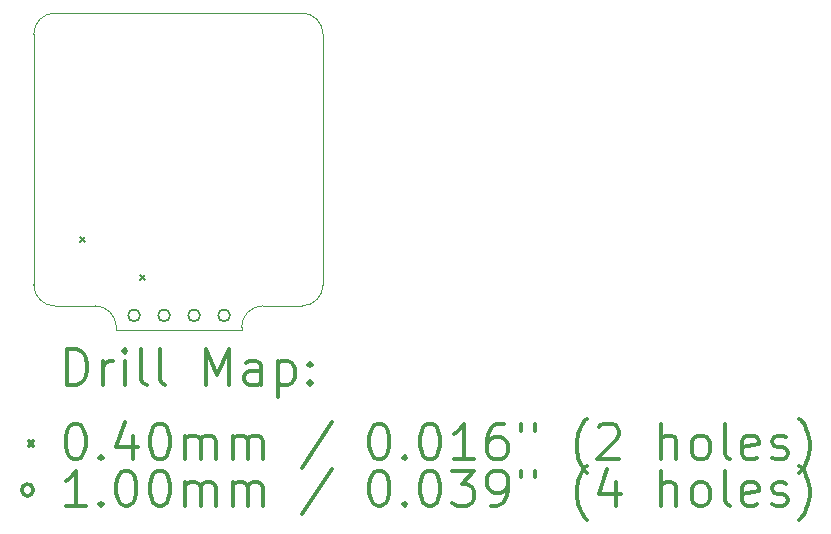
<source format=gbr>
%FSLAX45Y45*%
G04 Gerber Fmt 4.5, Leading zero omitted, Abs format (unit mm)*
G04 Created by KiCad (PCBNEW (5.1.6)-1) date 2022-09-21 14:30:58*
%MOMM*%
%LPD*%
G01*
G04 APERTURE LIST*
%TA.AperFunction,Profile*%
%ADD10C,0.050000*%
%TD*%
%ADD11C,0.200000*%
%ADD12C,0.300000*%
G04 APERTURE END LIST*
D10*
X12400000Y-10280000D02*
X12400000Y-10300000D01*
X13460000Y-10280000D02*
X13460000Y-10300000D01*
X14150000Y-9920000D02*
X14150000Y-7800000D01*
X13970000Y-7620000D02*
G75*
G02*
X14150000Y-7800000I0J-180000D01*
G01*
X11880000Y-7620000D02*
X13970000Y-7620000D01*
X11700000Y-7800000D02*
G75*
G02*
X11880000Y-7620000I180000J0D01*
G01*
X11700000Y-9920000D02*
X11700000Y-7800000D01*
X12220000Y-10100000D02*
X11880000Y-10100000D01*
X11880000Y-10100000D02*
G75*
G02*
X11700000Y-9920000I0J180000D01*
G01*
X13640000Y-10100000D02*
X13970000Y-10100000D01*
X14150000Y-9920000D02*
G75*
G02*
X13970000Y-10100000I-180000J0D01*
G01*
X12220000Y-10100000D02*
G75*
G02*
X12400000Y-10280000I0J-180000D01*
G01*
X13460000Y-10280000D02*
G75*
G02*
X13640000Y-10100000I180000J0D01*
G01*
X12400000Y-10300000D02*
X13460000Y-10300000D01*
D11*
X12095000Y-9520001D02*
X12135000Y-9560001D01*
X12135000Y-9520001D02*
X12095000Y-9560001D01*
X12600000Y-9840000D02*
X12640000Y-9880000D01*
X12640000Y-9840000D02*
X12600000Y-9880000D01*
X12600000Y-10180000D02*
G75*
G03*
X12600000Y-10180000I-50000J0D01*
G01*
X12854000Y-10180000D02*
G75*
G03*
X12854000Y-10180000I-50000J0D01*
G01*
X13108000Y-10180000D02*
G75*
G03*
X13108000Y-10180000I-50000J0D01*
G01*
X13362000Y-10180000D02*
G75*
G03*
X13362000Y-10180000I-50000J0D01*
G01*
D12*
X11983928Y-10768214D02*
X11983928Y-10468214D01*
X12055357Y-10468214D01*
X12098214Y-10482500D01*
X12126786Y-10511072D01*
X12141071Y-10539643D01*
X12155357Y-10596786D01*
X12155357Y-10639643D01*
X12141071Y-10696786D01*
X12126786Y-10725357D01*
X12098214Y-10753929D01*
X12055357Y-10768214D01*
X11983928Y-10768214D01*
X12283928Y-10768214D02*
X12283928Y-10568214D01*
X12283928Y-10625357D02*
X12298214Y-10596786D01*
X12312500Y-10582500D01*
X12341071Y-10568214D01*
X12369643Y-10568214D01*
X12469643Y-10768214D02*
X12469643Y-10568214D01*
X12469643Y-10468214D02*
X12455357Y-10482500D01*
X12469643Y-10496786D01*
X12483928Y-10482500D01*
X12469643Y-10468214D01*
X12469643Y-10496786D01*
X12655357Y-10768214D02*
X12626786Y-10753929D01*
X12612500Y-10725357D01*
X12612500Y-10468214D01*
X12812500Y-10768214D02*
X12783928Y-10753929D01*
X12769643Y-10725357D01*
X12769643Y-10468214D01*
X13155357Y-10768214D02*
X13155357Y-10468214D01*
X13255357Y-10682500D01*
X13355357Y-10468214D01*
X13355357Y-10768214D01*
X13626786Y-10768214D02*
X13626786Y-10611072D01*
X13612500Y-10582500D01*
X13583928Y-10568214D01*
X13526786Y-10568214D01*
X13498214Y-10582500D01*
X13626786Y-10753929D02*
X13598214Y-10768214D01*
X13526786Y-10768214D01*
X13498214Y-10753929D01*
X13483928Y-10725357D01*
X13483928Y-10696786D01*
X13498214Y-10668214D01*
X13526786Y-10653929D01*
X13598214Y-10653929D01*
X13626786Y-10639643D01*
X13769643Y-10568214D02*
X13769643Y-10868214D01*
X13769643Y-10582500D02*
X13798214Y-10568214D01*
X13855357Y-10568214D01*
X13883928Y-10582500D01*
X13898214Y-10596786D01*
X13912500Y-10625357D01*
X13912500Y-10711072D01*
X13898214Y-10739643D01*
X13883928Y-10753929D01*
X13855357Y-10768214D01*
X13798214Y-10768214D01*
X13769643Y-10753929D01*
X14041071Y-10739643D02*
X14055357Y-10753929D01*
X14041071Y-10768214D01*
X14026786Y-10753929D01*
X14041071Y-10739643D01*
X14041071Y-10768214D01*
X14041071Y-10582500D02*
X14055357Y-10596786D01*
X14041071Y-10611072D01*
X14026786Y-10596786D01*
X14041071Y-10582500D01*
X14041071Y-10611072D01*
X11657500Y-11242500D02*
X11697500Y-11282500D01*
X11697500Y-11242500D02*
X11657500Y-11282500D01*
X12041071Y-11098214D02*
X12069643Y-11098214D01*
X12098214Y-11112500D01*
X12112500Y-11126786D01*
X12126786Y-11155357D01*
X12141071Y-11212500D01*
X12141071Y-11283929D01*
X12126786Y-11341071D01*
X12112500Y-11369643D01*
X12098214Y-11383929D01*
X12069643Y-11398214D01*
X12041071Y-11398214D01*
X12012500Y-11383929D01*
X11998214Y-11369643D01*
X11983928Y-11341071D01*
X11969643Y-11283929D01*
X11969643Y-11212500D01*
X11983928Y-11155357D01*
X11998214Y-11126786D01*
X12012500Y-11112500D01*
X12041071Y-11098214D01*
X12269643Y-11369643D02*
X12283928Y-11383929D01*
X12269643Y-11398214D01*
X12255357Y-11383929D01*
X12269643Y-11369643D01*
X12269643Y-11398214D01*
X12541071Y-11198214D02*
X12541071Y-11398214D01*
X12469643Y-11083929D02*
X12398214Y-11298214D01*
X12583928Y-11298214D01*
X12755357Y-11098214D02*
X12783928Y-11098214D01*
X12812500Y-11112500D01*
X12826786Y-11126786D01*
X12841071Y-11155357D01*
X12855357Y-11212500D01*
X12855357Y-11283929D01*
X12841071Y-11341071D01*
X12826786Y-11369643D01*
X12812500Y-11383929D01*
X12783928Y-11398214D01*
X12755357Y-11398214D01*
X12726786Y-11383929D01*
X12712500Y-11369643D01*
X12698214Y-11341071D01*
X12683928Y-11283929D01*
X12683928Y-11212500D01*
X12698214Y-11155357D01*
X12712500Y-11126786D01*
X12726786Y-11112500D01*
X12755357Y-11098214D01*
X12983928Y-11398214D02*
X12983928Y-11198214D01*
X12983928Y-11226786D02*
X12998214Y-11212500D01*
X13026786Y-11198214D01*
X13069643Y-11198214D01*
X13098214Y-11212500D01*
X13112500Y-11241071D01*
X13112500Y-11398214D01*
X13112500Y-11241071D02*
X13126786Y-11212500D01*
X13155357Y-11198214D01*
X13198214Y-11198214D01*
X13226786Y-11212500D01*
X13241071Y-11241071D01*
X13241071Y-11398214D01*
X13383928Y-11398214D02*
X13383928Y-11198214D01*
X13383928Y-11226786D02*
X13398214Y-11212500D01*
X13426786Y-11198214D01*
X13469643Y-11198214D01*
X13498214Y-11212500D01*
X13512500Y-11241071D01*
X13512500Y-11398214D01*
X13512500Y-11241071D02*
X13526786Y-11212500D01*
X13555357Y-11198214D01*
X13598214Y-11198214D01*
X13626786Y-11212500D01*
X13641071Y-11241071D01*
X13641071Y-11398214D01*
X14226786Y-11083929D02*
X13969643Y-11469643D01*
X14612500Y-11098214D02*
X14641071Y-11098214D01*
X14669643Y-11112500D01*
X14683928Y-11126786D01*
X14698214Y-11155357D01*
X14712500Y-11212500D01*
X14712500Y-11283929D01*
X14698214Y-11341071D01*
X14683928Y-11369643D01*
X14669643Y-11383929D01*
X14641071Y-11398214D01*
X14612500Y-11398214D01*
X14583928Y-11383929D01*
X14569643Y-11369643D01*
X14555357Y-11341071D01*
X14541071Y-11283929D01*
X14541071Y-11212500D01*
X14555357Y-11155357D01*
X14569643Y-11126786D01*
X14583928Y-11112500D01*
X14612500Y-11098214D01*
X14841071Y-11369643D02*
X14855357Y-11383929D01*
X14841071Y-11398214D01*
X14826786Y-11383929D01*
X14841071Y-11369643D01*
X14841071Y-11398214D01*
X15041071Y-11098214D02*
X15069643Y-11098214D01*
X15098214Y-11112500D01*
X15112500Y-11126786D01*
X15126786Y-11155357D01*
X15141071Y-11212500D01*
X15141071Y-11283929D01*
X15126786Y-11341071D01*
X15112500Y-11369643D01*
X15098214Y-11383929D01*
X15069643Y-11398214D01*
X15041071Y-11398214D01*
X15012500Y-11383929D01*
X14998214Y-11369643D01*
X14983928Y-11341071D01*
X14969643Y-11283929D01*
X14969643Y-11212500D01*
X14983928Y-11155357D01*
X14998214Y-11126786D01*
X15012500Y-11112500D01*
X15041071Y-11098214D01*
X15426786Y-11398214D02*
X15255357Y-11398214D01*
X15341071Y-11398214D02*
X15341071Y-11098214D01*
X15312500Y-11141072D01*
X15283928Y-11169643D01*
X15255357Y-11183929D01*
X15683928Y-11098214D02*
X15626786Y-11098214D01*
X15598214Y-11112500D01*
X15583928Y-11126786D01*
X15555357Y-11169643D01*
X15541071Y-11226786D01*
X15541071Y-11341071D01*
X15555357Y-11369643D01*
X15569643Y-11383929D01*
X15598214Y-11398214D01*
X15655357Y-11398214D01*
X15683928Y-11383929D01*
X15698214Y-11369643D01*
X15712500Y-11341071D01*
X15712500Y-11269643D01*
X15698214Y-11241071D01*
X15683928Y-11226786D01*
X15655357Y-11212500D01*
X15598214Y-11212500D01*
X15569643Y-11226786D01*
X15555357Y-11241071D01*
X15541071Y-11269643D01*
X15826786Y-11098214D02*
X15826786Y-11155357D01*
X15941071Y-11098214D02*
X15941071Y-11155357D01*
X16383928Y-11512500D02*
X16369643Y-11498214D01*
X16341071Y-11455357D01*
X16326786Y-11426786D01*
X16312500Y-11383929D01*
X16298214Y-11312500D01*
X16298214Y-11255357D01*
X16312500Y-11183929D01*
X16326786Y-11141072D01*
X16341071Y-11112500D01*
X16369643Y-11069643D01*
X16383928Y-11055357D01*
X16483928Y-11126786D02*
X16498214Y-11112500D01*
X16526786Y-11098214D01*
X16598214Y-11098214D01*
X16626786Y-11112500D01*
X16641071Y-11126786D01*
X16655357Y-11155357D01*
X16655357Y-11183929D01*
X16641071Y-11226786D01*
X16469643Y-11398214D01*
X16655357Y-11398214D01*
X17012500Y-11398214D02*
X17012500Y-11098214D01*
X17141071Y-11398214D02*
X17141071Y-11241071D01*
X17126786Y-11212500D01*
X17098214Y-11198214D01*
X17055357Y-11198214D01*
X17026786Y-11212500D01*
X17012500Y-11226786D01*
X17326786Y-11398214D02*
X17298214Y-11383929D01*
X17283928Y-11369643D01*
X17269643Y-11341071D01*
X17269643Y-11255357D01*
X17283928Y-11226786D01*
X17298214Y-11212500D01*
X17326786Y-11198214D01*
X17369643Y-11198214D01*
X17398214Y-11212500D01*
X17412500Y-11226786D01*
X17426786Y-11255357D01*
X17426786Y-11341071D01*
X17412500Y-11369643D01*
X17398214Y-11383929D01*
X17369643Y-11398214D01*
X17326786Y-11398214D01*
X17598214Y-11398214D02*
X17569643Y-11383929D01*
X17555357Y-11355357D01*
X17555357Y-11098214D01*
X17826786Y-11383929D02*
X17798214Y-11398214D01*
X17741071Y-11398214D01*
X17712500Y-11383929D01*
X17698214Y-11355357D01*
X17698214Y-11241071D01*
X17712500Y-11212500D01*
X17741071Y-11198214D01*
X17798214Y-11198214D01*
X17826786Y-11212500D01*
X17841071Y-11241071D01*
X17841071Y-11269643D01*
X17698214Y-11298214D01*
X17955357Y-11383929D02*
X17983928Y-11398214D01*
X18041071Y-11398214D01*
X18069643Y-11383929D01*
X18083928Y-11355357D01*
X18083928Y-11341071D01*
X18069643Y-11312500D01*
X18041071Y-11298214D01*
X17998214Y-11298214D01*
X17969643Y-11283929D01*
X17955357Y-11255357D01*
X17955357Y-11241071D01*
X17969643Y-11212500D01*
X17998214Y-11198214D01*
X18041071Y-11198214D01*
X18069643Y-11212500D01*
X18183928Y-11512500D02*
X18198214Y-11498214D01*
X18226786Y-11455357D01*
X18241071Y-11426786D01*
X18255357Y-11383929D01*
X18269643Y-11312500D01*
X18269643Y-11255357D01*
X18255357Y-11183929D01*
X18241071Y-11141072D01*
X18226786Y-11112500D01*
X18198214Y-11069643D01*
X18183928Y-11055357D01*
X11697500Y-11658500D02*
G75*
G03*
X11697500Y-11658500I-50000J0D01*
G01*
X12141071Y-11794214D02*
X11969643Y-11794214D01*
X12055357Y-11794214D02*
X12055357Y-11494214D01*
X12026786Y-11537071D01*
X11998214Y-11565643D01*
X11969643Y-11579929D01*
X12269643Y-11765643D02*
X12283928Y-11779929D01*
X12269643Y-11794214D01*
X12255357Y-11779929D01*
X12269643Y-11765643D01*
X12269643Y-11794214D01*
X12469643Y-11494214D02*
X12498214Y-11494214D01*
X12526786Y-11508500D01*
X12541071Y-11522786D01*
X12555357Y-11551357D01*
X12569643Y-11608500D01*
X12569643Y-11679929D01*
X12555357Y-11737071D01*
X12541071Y-11765643D01*
X12526786Y-11779929D01*
X12498214Y-11794214D01*
X12469643Y-11794214D01*
X12441071Y-11779929D01*
X12426786Y-11765643D01*
X12412500Y-11737071D01*
X12398214Y-11679929D01*
X12398214Y-11608500D01*
X12412500Y-11551357D01*
X12426786Y-11522786D01*
X12441071Y-11508500D01*
X12469643Y-11494214D01*
X12755357Y-11494214D02*
X12783928Y-11494214D01*
X12812500Y-11508500D01*
X12826786Y-11522786D01*
X12841071Y-11551357D01*
X12855357Y-11608500D01*
X12855357Y-11679929D01*
X12841071Y-11737071D01*
X12826786Y-11765643D01*
X12812500Y-11779929D01*
X12783928Y-11794214D01*
X12755357Y-11794214D01*
X12726786Y-11779929D01*
X12712500Y-11765643D01*
X12698214Y-11737071D01*
X12683928Y-11679929D01*
X12683928Y-11608500D01*
X12698214Y-11551357D01*
X12712500Y-11522786D01*
X12726786Y-11508500D01*
X12755357Y-11494214D01*
X12983928Y-11794214D02*
X12983928Y-11594214D01*
X12983928Y-11622786D02*
X12998214Y-11608500D01*
X13026786Y-11594214D01*
X13069643Y-11594214D01*
X13098214Y-11608500D01*
X13112500Y-11637071D01*
X13112500Y-11794214D01*
X13112500Y-11637071D02*
X13126786Y-11608500D01*
X13155357Y-11594214D01*
X13198214Y-11594214D01*
X13226786Y-11608500D01*
X13241071Y-11637071D01*
X13241071Y-11794214D01*
X13383928Y-11794214D02*
X13383928Y-11594214D01*
X13383928Y-11622786D02*
X13398214Y-11608500D01*
X13426786Y-11594214D01*
X13469643Y-11594214D01*
X13498214Y-11608500D01*
X13512500Y-11637071D01*
X13512500Y-11794214D01*
X13512500Y-11637071D02*
X13526786Y-11608500D01*
X13555357Y-11594214D01*
X13598214Y-11594214D01*
X13626786Y-11608500D01*
X13641071Y-11637071D01*
X13641071Y-11794214D01*
X14226786Y-11479929D02*
X13969643Y-11865643D01*
X14612500Y-11494214D02*
X14641071Y-11494214D01*
X14669643Y-11508500D01*
X14683928Y-11522786D01*
X14698214Y-11551357D01*
X14712500Y-11608500D01*
X14712500Y-11679929D01*
X14698214Y-11737071D01*
X14683928Y-11765643D01*
X14669643Y-11779929D01*
X14641071Y-11794214D01*
X14612500Y-11794214D01*
X14583928Y-11779929D01*
X14569643Y-11765643D01*
X14555357Y-11737071D01*
X14541071Y-11679929D01*
X14541071Y-11608500D01*
X14555357Y-11551357D01*
X14569643Y-11522786D01*
X14583928Y-11508500D01*
X14612500Y-11494214D01*
X14841071Y-11765643D02*
X14855357Y-11779929D01*
X14841071Y-11794214D01*
X14826786Y-11779929D01*
X14841071Y-11765643D01*
X14841071Y-11794214D01*
X15041071Y-11494214D02*
X15069643Y-11494214D01*
X15098214Y-11508500D01*
X15112500Y-11522786D01*
X15126786Y-11551357D01*
X15141071Y-11608500D01*
X15141071Y-11679929D01*
X15126786Y-11737071D01*
X15112500Y-11765643D01*
X15098214Y-11779929D01*
X15069643Y-11794214D01*
X15041071Y-11794214D01*
X15012500Y-11779929D01*
X14998214Y-11765643D01*
X14983928Y-11737071D01*
X14969643Y-11679929D01*
X14969643Y-11608500D01*
X14983928Y-11551357D01*
X14998214Y-11522786D01*
X15012500Y-11508500D01*
X15041071Y-11494214D01*
X15241071Y-11494214D02*
X15426786Y-11494214D01*
X15326786Y-11608500D01*
X15369643Y-11608500D01*
X15398214Y-11622786D01*
X15412500Y-11637071D01*
X15426786Y-11665643D01*
X15426786Y-11737071D01*
X15412500Y-11765643D01*
X15398214Y-11779929D01*
X15369643Y-11794214D01*
X15283928Y-11794214D01*
X15255357Y-11779929D01*
X15241071Y-11765643D01*
X15569643Y-11794214D02*
X15626786Y-11794214D01*
X15655357Y-11779929D01*
X15669643Y-11765643D01*
X15698214Y-11722786D01*
X15712500Y-11665643D01*
X15712500Y-11551357D01*
X15698214Y-11522786D01*
X15683928Y-11508500D01*
X15655357Y-11494214D01*
X15598214Y-11494214D01*
X15569643Y-11508500D01*
X15555357Y-11522786D01*
X15541071Y-11551357D01*
X15541071Y-11622786D01*
X15555357Y-11651357D01*
X15569643Y-11665643D01*
X15598214Y-11679929D01*
X15655357Y-11679929D01*
X15683928Y-11665643D01*
X15698214Y-11651357D01*
X15712500Y-11622786D01*
X15826786Y-11494214D02*
X15826786Y-11551357D01*
X15941071Y-11494214D02*
X15941071Y-11551357D01*
X16383928Y-11908500D02*
X16369643Y-11894214D01*
X16341071Y-11851357D01*
X16326786Y-11822786D01*
X16312500Y-11779929D01*
X16298214Y-11708500D01*
X16298214Y-11651357D01*
X16312500Y-11579929D01*
X16326786Y-11537071D01*
X16341071Y-11508500D01*
X16369643Y-11465643D01*
X16383928Y-11451357D01*
X16626786Y-11594214D02*
X16626786Y-11794214D01*
X16555357Y-11479929D02*
X16483928Y-11694214D01*
X16669643Y-11694214D01*
X17012500Y-11794214D02*
X17012500Y-11494214D01*
X17141071Y-11794214D02*
X17141071Y-11637071D01*
X17126786Y-11608500D01*
X17098214Y-11594214D01*
X17055357Y-11594214D01*
X17026786Y-11608500D01*
X17012500Y-11622786D01*
X17326786Y-11794214D02*
X17298214Y-11779929D01*
X17283928Y-11765643D01*
X17269643Y-11737071D01*
X17269643Y-11651357D01*
X17283928Y-11622786D01*
X17298214Y-11608500D01*
X17326786Y-11594214D01*
X17369643Y-11594214D01*
X17398214Y-11608500D01*
X17412500Y-11622786D01*
X17426786Y-11651357D01*
X17426786Y-11737071D01*
X17412500Y-11765643D01*
X17398214Y-11779929D01*
X17369643Y-11794214D01*
X17326786Y-11794214D01*
X17598214Y-11794214D02*
X17569643Y-11779929D01*
X17555357Y-11751357D01*
X17555357Y-11494214D01*
X17826786Y-11779929D02*
X17798214Y-11794214D01*
X17741071Y-11794214D01*
X17712500Y-11779929D01*
X17698214Y-11751357D01*
X17698214Y-11637071D01*
X17712500Y-11608500D01*
X17741071Y-11594214D01*
X17798214Y-11594214D01*
X17826786Y-11608500D01*
X17841071Y-11637071D01*
X17841071Y-11665643D01*
X17698214Y-11694214D01*
X17955357Y-11779929D02*
X17983928Y-11794214D01*
X18041071Y-11794214D01*
X18069643Y-11779929D01*
X18083928Y-11751357D01*
X18083928Y-11737071D01*
X18069643Y-11708500D01*
X18041071Y-11694214D01*
X17998214Y-11694214D01*
X17969643Y-11679929D01*
X17955357Y-11651357D01*
X17955357Y-11637071D01*
X17969643Y-11608500D01*
X17998214Y-11594214D01*
X18041071Y-11594214D01*
X18069643Y-11608500D01*
X18183928Y-11908500D02*
X18198214Y-11894214D01*
X18226786Y-11851357D01*
X18241071Y-11822786D01*
X18255357Y-11779929D01*
X18269643Y-11708500D01*
X18269643Y-11651357D01*
X18255357Y-11579929D01*
X18241071Y-11537071D01*
X18226786Y-11508500D01*
X18198214Y-11465643D01*
X18183928Y-11451357D01*
M02*

</source>
